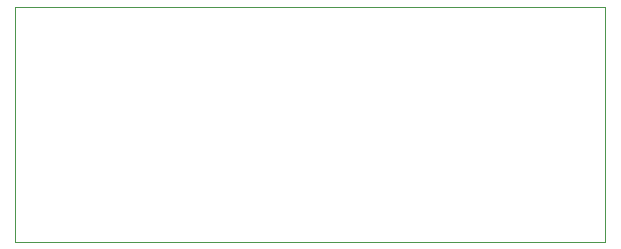
<source format=gko>
G04 Layer_Color=16711935*
%FSLAX44Y44*%
%MOMM*%
G71*
G01*
G75*
%ADD29C,0.1000*%
D29*
X999490Y500000D02*
Y699770D01*
X500000D02*
X999490D01*
X500000Y500000D02*
X999490D01*
X500000D02*
Y699770D01*
M02*

</source>
